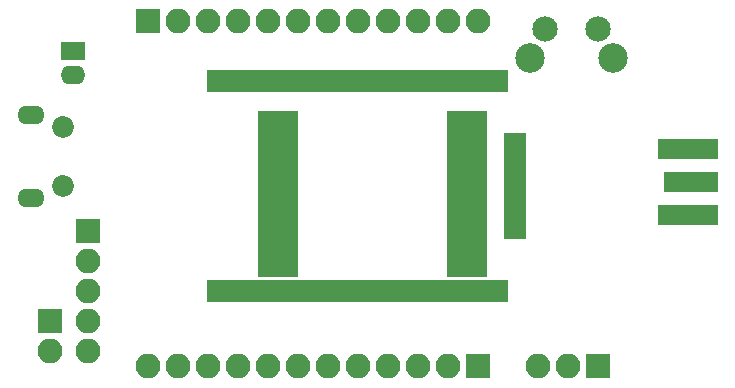
<source format=gbs>
G04 #@! TF.FileFunction,Soldermask,Bot*
%FSLAX46Y46*%
G04 Gerber Fmt 4.6, Leading zero omitted, Abs format (unit mm)*
G04 Created by KiCad (PCBNEW 4.0.7-e2-6376~60~ubuntu17.10.1) date Thu Dec 28 10:46:34 2017*
%MOMM*%
%LPD*%
G01*
G04 APERTURE LIST*
%ADD10C,0.100000*%
%ADD11R,2.100000X1.600000*%
%ADD12O,2.100000X1.600000*%
%ADD13C,1.850000*%
%ADD14O,2.300000X1.600000*%
%ADD15R,2.100000X2.100000*%
%ADD16O,2.100000X2.100000*%
%ADD17R,1.416000X1.924000*%
%ADD18R,1.924000X1.416000*%
%ADD19R,5.100000X1.750000*%
%ADD20R,4.600000X1.670000*%
%ADD21R,3.397200X1.997660*%
%ADD22C,2.500000*%
%ADD23C,2.150000*%
G04 APERTURE END LIST*
D10*
D11*
X149225000Y-82550000D03*
D12*
X149225000Y-84550000D03*
D13*
X148400000Y-88940000D03*
X148400000Y-93940000D03*
D14*
X145700000Y-87940000D03*
X145700000Y-94940000D03*
D15*
X150495000Y-97790000D03*
D16*
X150495000Y-100330000D03*
X150495000Y-102870000D03*
X150495000Y-105410000D03*
X150495000Y-107950000D03*
D17*
X161290000Y-102870000D03*
X162560000Y-102870000D03*
X163830000Y-102870000D03*
X165100000Y-102870000D03*
X166370000Y-102870000D03*
X167640000Y-102870000D03*
X168910000Y-102870000D03*
X170180000Y-102870000D03*
X171450000Y-102870000D03*
X172720000Y-102870000D03*
X173990000Y-102870000D03*
X175260000Y-102870000D03*
X176530000Y-102870000D03*
X177800000Y-102870000D03*
X179070000Y-102870000D03*
X180340000Y-102870000D03*
X181610000Y-102870000D03*
X182880000Y-102870000D03*
X184150000Y-102870000D03*
X185420000Y-102870000D03*
X185420000Y-85090000D03*
D18*
X186690000Y-97790000D03*
X186690000Y-96520000D03*
X186690000Y-95250000D03*
X186690000Y-93980000D03*
X186690000Y-92710000D03*
X186690000Y-91440000D03*
X186690000Y-90170000D03*
D17*
X184150000Y-85090000D03*
X182880000Y-85090000D03*
X181610000Y-85090000D03*
X180340000Y-85090000D03*
X179070000Y-85090000D03*
X177800000Y-85090000D03*
X176530000Y-85090000D03*
X175260000Y-85090000D03*
X173990000Y-85090000D03*
X172720000Y-85090000D03*
X171450000Y-85090000D03*
X170180000Y-85090000D03*
X168910000Y-85090000D03*
X167640000Y-85090000D03*
X166370000Y-85090000D03*
X165100000Y-85090000D03*
X163830000Y-85090000D03*
X162560000Y-85090000D03*
X161290000Y-85090000D03*
D19*
X201295000Y-96375000D03*
X201295000Y-90805000D03*
X201295000Y-90805000D03*
D20*
X201545000Y-93590000D03*
D19*
X201295000Y-96375000D03*
D21*
X166626540Y-100614480D03*
X166624000Y-98615500D03*
X166624000Y-96613980D03*
X166624000Y-94615000D03*
X166624000Y-92616020D03*
X166624000Y-90614500D03*
X166624000Y-88615520D03*
X182626000Y-88615520D03*
X182626000Y-90614500D03*
X182626000Y-92616020D03*
X182626000Y-94615000D03*
X182626000Y-96613980D03*
X182626000Y-98615500D03*
X182626000Y-100614480D03*
D15*
X147320000Y-105410000D03*
D16*
X147320000Y-107950000D03*
D15*
X155575000Y-80010000D03*
D16*
X158115000Y-80010000D03*
X160655000Y-80010000D03*
X163195000Y-80010000D03*
X165735000Y-80010000D03*
X168275000Y-80010000D03*
X170815000Y-80010000D03*
X173355000Y-80010000D03*
X175895000Y-80010000D03*
X178435000Y-80010000D03*
X180975000Y-80010000D03*
X183515000Y-80010000D03*
D15*
X183515000Y-109220000D03*
D16*
X180975000Y-109220000D03*
X178435000Y-109220000D03*
X175895000Y-109220000D03*
X173355000Y-109220000D03*
X170815000Y-109220000D03*
X168275000Y-109220000D03*
X165735000Y-109220000D03*
X163195000Y-109220000D03*
X160655000Y-109220000D03*
X158115000Y-109220000D03*
X155575000Y-109220000D03*
D15*
X193675000Y-109220000D03*
D16*
X191135000Y-109220000D03*
X188595000Y-109220000D03*
D22*
X194990000Y-83135000D03*
D23*
X193730000Y-80645000D03*
X189230000Y-80645000D03*
D22*
X187980000Y-83135000D03*
M02*

</source>
